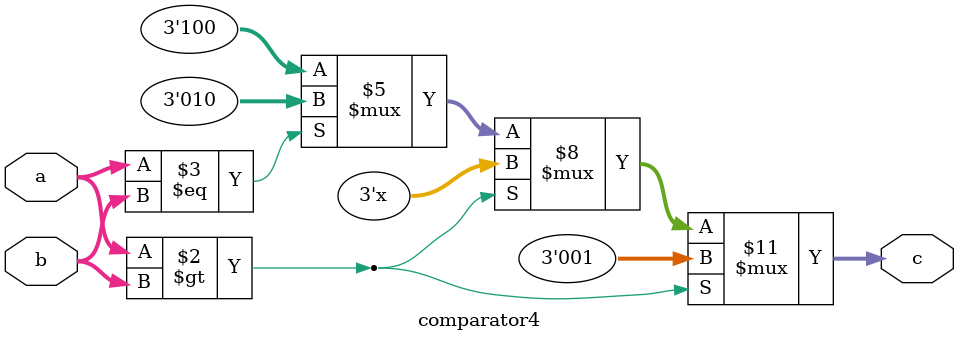
<source format=v>
module comparator4(
  input wire [3:0] a
  , input wire [3:0] b
  , output reg [2:0] c
);

  always @(a or b) begin
    if(a > b)    //greater than
	   c = 3'b001;
	 else if (a == b)    //equal
	   c = 3'b010;
	 else    //less than
	   c = 3'b100;
  end
endmodule
</source>
